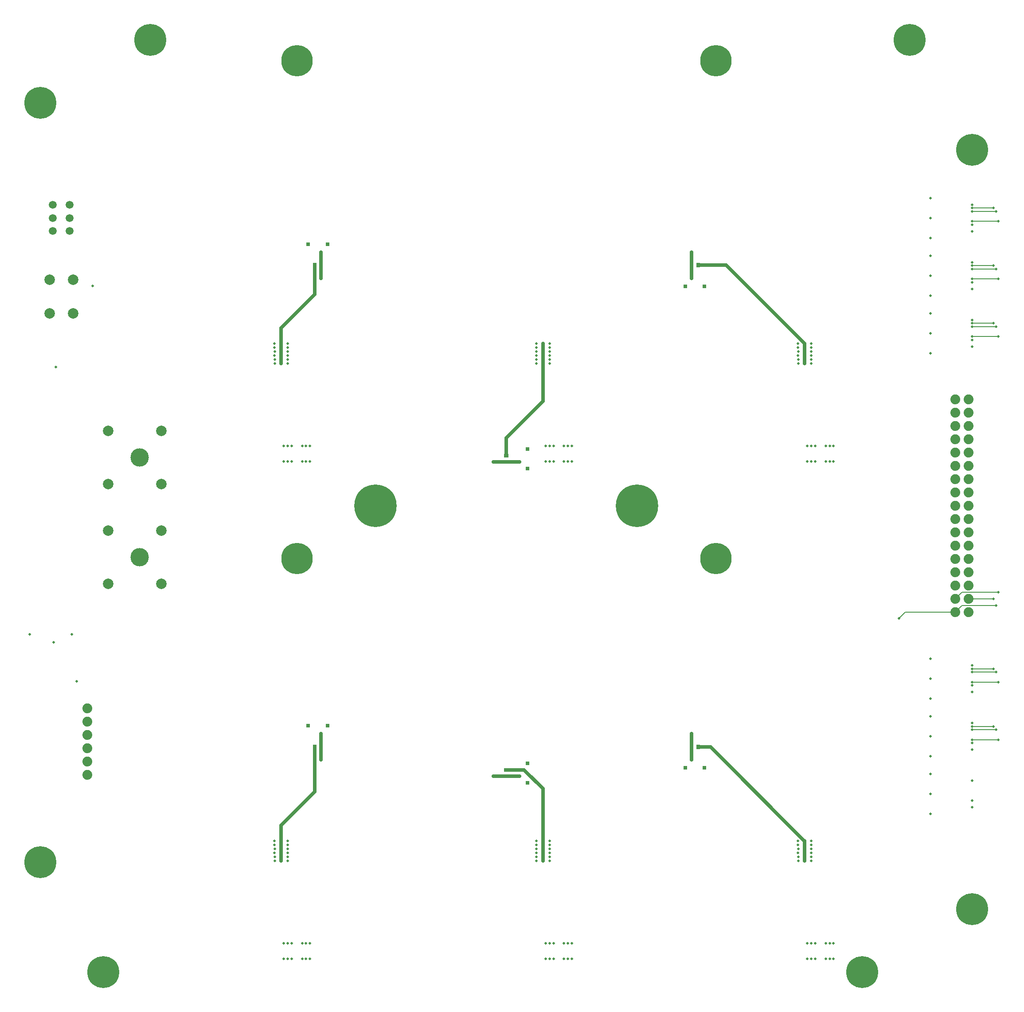
<source format=gbl>
G04*
G04 #@! TF.GenerationSoftware,Altium Limited,CircuitStudio,1.5.2 (30)*
G04*
G04 Layer_Physical_Order=4*
G04 Layer_Color=12500520*
%FSLAX25Y25*%
%MOIN*%
G70*
G01*
G75*
%ADD17C,0.00591*%
%ADD20C,0.02756*%
%ADD21C,0.07400*%
%ADD22C,0.05906*%
%ADD23C,0.07874*%
%ADD24C,0.23622*%
%ADD25C,0.13780*%
%ADD26C,0.24016*%
%ADD27C,0.31890*%
%ADD28C,0.01969*%
%ADD38R,0.02756X0.03150*%
%ADD39R,0.02756X0.03347*%
%ADD40R,0.03150X0.02756*%
%ADD41R,0.03347X0.02756*%
D17*
X1118110Y591929D02*
X1137795D01*
X1118110Y601968D02*
X1133858D01*
X1118110Y645276D02*
X1133858D01*
X1118110Y635236D02*
X1137795D01*
X1118110Y991732D02*
X1133858D01*
X1118110Y989252D02*
X1135827D01*
X1105236Y687717D02*
X1110433Y692913D01*
X1135827D01*
X1105236Y697717D02*
X1110276Y702756D01*
X1115236Y697717D02*
X1133740D01*
X1133858Y697835D01*
X1110276Y702756D02*
X1137795D01*
X1062992Y683071D02*
X1067638Y687717D01*
X1105236D01*
X1118110Y981693D02*
X1137795D01*
X1118110Y948425D02*
X1133858D01*
X1118110Y945945D02*
X1135827D01*
X1118110Y938386D02*
X1137795D01*
X1118110Y905118D02*
X1133858D01*
X1118110Y895079D02*
X1137795D01*
X1118110Y902638D02*
X1135827D01*
X1118110Y642795D02*
X1135827D01*
X1118110Y599488D02*
X1135827D01*
D20*
X767717Y564567D02*
X777559D01*
X911811Y586614D02*
X921191D01*
X907087Y576772D02*
Y586614D01*
Y596457D01*
X921191Y586614D02*
X992126Y515679D01*
Y500984D02*
Y515748D01*
Y500984D02*
X992126Y500984D01*
Y515679D01*
X628346Y576772D02*
Y586614D01*
Y596457D01*
X598425Y500984D02*
X598425Y500984D01*
X598425Y500984D02*
Y527559D01*
X623622Y552756D01*
Y586614D01*
X795276Y500984D02*
Y555118D01*
X781102Y569291D02*
X795276Y555118D01*
X767717Y569291D02*
X781102D01*
X623622Y926772D02*
Y948819D01*
X598425Y901575D02*
X623622Y926772D01*
X598425Y875000D02*
Y901575D01*
X795276Y846457D02*
Y889695D01*
X767717Y818898D02*
X795276Y846457D01*
X767717Y805512D02*
Y818898D01*
X992126Y875000D02*
Y889695D01*
X992126Y875000D02*
X992126Y875000D01*
X992126Y875000D02*
Y889764D01*
Y889695D02*
Y889764D01*
X933002Y948819D02*
X992126Y889695D01*
X911811Y948819D02*
X933002D01*
X598425Y875000D02*
X598425Y875000D01*
X757874Y564567D02*
X767717D01*
X907087Y948819D02*
Y958661D01*
Y938976D02*
Y948819D01*
X757874Y800787D02*
X767717D01*
X777559D01*
X628346Y948819D02*
Y958661D01*
Y938976D02*
Y948819D01*
D21*
X1105236Y847717D02*
D03*
X1115236D02*
D03*
X1105236Y837716D02*
D03*
X1115236D02*
D03*
X1105236Y827717D02*
D03*
X1115236D02*
D03*
X1105236Y817717D02*
D03*
X1115236D02*
D03*
X1105236Y807717D02*
D03*
X1115236D02*
D03*
X1105236Y797717D02*
D03*
X1115236D02*
D03*
X1105236Y787717D02*
D03*
X1115236D02*
D03*
X1105236Y777717D02*
D03*
X1115236D02*
D03*
X1105236Y767717D02*
D03*
X1115236D02*
D03*
X1105236Y757717D02*
D03*
X1115236D02*
D03*
X1105236Y747717D02*
D03*
X1115236D02*
D03*
X1105236Y737717D02*
D03*
X1115236D02*
D03*
X1105236Y727717D02*
D03*
X1115236D02*
D03*
X1105236Y717717D02*
D03*
X1115236D02*
D03*
X1105236Y707717D02*
D03*
X1115236D02*
D03*
X1105236Y697717D02*
D03*
X1115236D02*
D03*
X1105236Y687717D02*
D03*
X1115236D02*
D03*
X452756Y615551D02*
D03*
Y605551D02*
D03*
Y595551D02*
D03*
Y585551D02*
D03*
Y575551D02*
D03*
Y565551D02*
D03*
D22*
X439370Y974409D02*
D03*
Y984252D02*
D03*
Y994094D02*
D03*
X426772Y974409D02*
D03*
Y984252D02*
D03*
Y994094D02*
D03*
D23*
X441929Y937992D02*
D03*
Y912402D02*
D03*
X424213D02*
D03*
Y937992D02*
D03*
X508386Y749134D02*
D03*
X468386D02*
D03*
Y709134D02*
D03*
X508386D02*
D03*
Y824134D02*
D03*
X468386D02*
D03*
Y784134D02*
D03*
X508386D02*
D03*
D24*
X610236Y1102362D02*
D03*
X925197D02*
D03*
Y728346D02*
D03*
X610236D02*
D03*
D25*
X492047Y729134D02*
D03*
Y804134D02*
D03*
D26*
X500000Y1118110D02*
D03*
X417323Y1070866D02*
D03*
X464567Y417323D02*
D03*
X417323Y500000D02*
D03*
X1118110Y464567D02*
D03*
X1035433Y417323D02*
D03*
X1070866Y1118110D02*
D03*
X1118110Y1035433D02*
D03*
D27*
X669291Y767717D02*
D03*
X866142D02*
D03*
D28*
X444685Y635827D02*
D03*
X427165Y665354D02*
D03*
X409449Y671260D02*
D03*
X440945D02*
D03*
X1013780Y427165D02*
D03*
Y438976D02*
D03*
X1010827D02*
D03*
Y427165D02*
D03*
X994094D02*
D03*
X997047D02*
D03*
X994094Y438976D02*
D03*
X997047D02*
D03*
X987205Y500984D02*
D03*
Y503937D02*
D03*
X987126Y506890D02*
D03*
X987205Y509842D02*
D03*
X987126Y512795D02*
D03*
X997126Y500984D02*
D03*
Y503937D02*
D03*
Y506890D02*
D03*
Y509842D02*
D03*
Y512795D02*
D03*
X987126Y515748D02*
D03*
X907087Y576772D02*
D03*
Y582677D02*
D03*
Y579724D02*
D03*
X1007874Y427165D02*
D03*
Y438976D02*
D03*
X1000000Y427165D02*
D03*
Y438976D02*
D03*
X907087Y593504D02*
D03*
Y590551D02*
D03*
Y596457D02*
D03*
X997126Y515748D02*
D03*
X992126Y515679D02*
D03*
X992126Y512795D02*
D03*
Y509842D02*
D03*
Y506890D02*
D03*
Y503937D02*
D03*
Y500984D02*
D03*
X603425Y515748D02*
D03*
X628346Y576772D02*
D03*
Y582677D02*
D03*
Y579724D02*
D03*
X606299Y438976D02*
D03*
Y427165D02*
D03*
X614173Y438976D02*
D03*
Y427165D02*
D03*
X628346Y593504D02*
D03*
Y590551D02*
D03*
Y596457D02*
D03*
X593425Y515748D02*
D03*
X603425Y512795D02*
D03*
Y509842D02*
D03*
Y506890D02*
D03*
Y503937D02*
D03*
Y500984D02*
D03*
X593425Y512795D02*
D03*
X593504Y509842D02*
D03*
X593425Y506890D02*
D03*
X593504Y503937D02*
D03*
Y500984D02*
D03*
X603346Y438976D02*
D03*
X600394D02*
D03*
X603346Y427165D02*
D03*
X600394D02*
D03*
X617126D02*
D03*
Y438976D02*
D03*
X620079D02*
D03*
Y427165D02*
D03*
X598425Y512795D02*
D03*
X598425Y515679D02*
D03*
X598425Y509842D02*
D03*
Y506890D02*
D03*
Y503937D02*
D03*
Y500984D02*
D03*
X795276D02*
D03*
X795276Y503937D02*
D03*
Y506890D02*
D03*
Y509842D02*
D03*
Y512795D02*
D03*
Y515748D02*
D03*
Y875000D02*
D03*
Y877953D02*
D03*
Y880906D02*
D03*
Y883858D02*
D03*
Y886811D02*
D03*
Y889695D02*
D03*
X992126Y875000D02*
D03*
Y877953D02*
D03*
Y880906D02*
D03*
Y883858D02*
D03*
Y886811D02*
D03*
X992126Y889695D02*
D03*
X598425Y875000D02*
D03*
Y877953D02*
D03*
Y880906D02*
D03*
Y883858D02*
D03*
X598425Y889695D02*
D03*
X598425Y886811D02*
D03*
X800276Y515748D02*
D03*
X757874Y564567D02*
D03*
X763779D02*
D03*
X760827D02*
D03*
X803150Y438976D02*
D03*
Y427165D02*
D03*
X811024Y438976D02*
D03*
Y427165D02*
D03*
X774606Y564567D02*
D03*
X771654D02*
D03*
X777559D02*
D03*
X790276Y515748D02*
D03*
X800276Y512795D02*
D03*
Y509842D02*
D03*
Y506890D02*
D03*
Y503937D02*
D03*
Y500984D02*
D03*
X790276Y512795D02*
D03*
X790354Y509842D02*
D03*
X790276Y506890D02*
D03*
X790354Y503937D02*
D03*
Y500984D02*
D03*
X800197Y438976D02*
D03*
X797244D02*
D03*
X800197Y427165D02*
D03*
X797244D02*
D03*
X813976D02*
D03*
Y438976D02*
D03*
X816929D02*
D03*
Y427165D02*
D03*
X997126Y889764D02*
D03*
X907087Y958661D02*
D03*
Y952756D02*
D03*
Y955709D02*
D03*
X1000000Y812992D02*
D03*
Y801181D02*
D03*
X1007874Y812992D02*
D03*
Y801181D02*
D03*
X907087Y941929D02*
D03*
Y944882D02*
D03*
Y938976D02*
D03*
X987126Y889764D02*
D03*
X997126Y886811D02*
D03*
Y883858D02*
D03*
Y880906D02*
D03*
Y877953D02*
D03*
Y875000D02*
D03*
X987126Y886811D02*
D03*
X987205Y883858D02*
D03*
X987126Y880906D02*
D03*
X987205Y877953D02*
D03*
Y875000D02*
D03*
X997047Y812992D02*
D03*
X994094D02*
D03*
X997047Y801181D02*
D03*
X994094D02*
D03*
X1010827D02*
D03*
Y812992D02*
D03*
X1013780D02*
D03*
Y801181D02*
D03*
X800276Y889764D02*
D03*
X757874Y800787D02*
D03*
X763779D02*
D03*
X760827D02*
D03*
X803150Y812992D02*
D03*
Y801181D02*
D03*
X811024Y812992D02*
D03*
Y801181D02*
D03*
X774606Y800787D02*
D03*
X771654D02*
D03*
X777559D02*
D03*
X790276Y889764D02*
D03*
X800276Y886811D02*
D03*
Y883858D02*
D03*
Y880906D02*
D03*
Y877953D02*
D03*
Y875000D02*
D03*
X790276Y886811D02*
D03*
X790354Y883858D02*
D03*
X790276Y880906D02*
D03*
X790354Y877953D02*
D03*
Y875000D02*
D03*
X800197Y812992D02*
D03*
X797244D02*
D03*
X800197Y801181D02*
D03*
X797244D02*
D03*
X813976D02*
D03*
Y812992D02*
D03*
X816929D02*
D03*
Y801181D02*
D03*
X620079D02*
D03*
Y812992D02*
D03*
X617126D02*
D03*
Y801181D02*
D03*
X600394D02*
D03*
X603346D02*
D03*
X600394Y812992D02*
D03*
X603346D02*
D03*
X593504Y875000D02*
D03*
Y877953D02*
D03*
X593425Y880906D02*
D03*
X593504Y883858D02*
D03*
X593425Y886811D02*
D03*
X603425Y875000D02*
D03*
Y877953D02*
D03*
Y880906D02*
D03*
Y883858D02*
D03*
Y886811D02*
D03*
X593425Y889764D02*
D03*
X628346Y958661D02*
D03*
Y952756D02*
D03*
Y955709D02*
D03*
X614173Y801181D02*
D03*
Y812992D02*
D03*
X606299Y801181D02*
D03*
Y812992D02*
D03*
X429134Y872047D02*
D03*
X628346Y941929D02*
D03*
Y944882D02*
D03*
Y938976D02*
D03*
X603425Y889764D02*
D03*
X1118110Y546181D02*
D03*
Y541181D02*
D03*
X1086614Y536181D02*
D03*
Y551181D02*
D03*
Y566181D02*
D03*
X1118110Y561181D02*
D03*
X1137795Y591929D02*
D03*
X1133858Y601968D02*
D03*
X1118110Y604488D02*
D03*
Y601968D02*
D03*
Y591929D02*
D03*
X1086614Y609488D02*
D03*
Y594488D02*
D03*
Y579488D02*
D03*
X1118110Y584488D02*
D03*
Y589488D02*
D03*
Y599488D02*
D03*
Y642795D02*
D03*
Y632795D02*
D03*
Y627795D02*
D03*
X1086614Y622795D02*
D03*
Y637795D02*
D03*
Y652795D02*
D03*
X1118110Y635236D02*
D03*
Y645276D02*
D03*
Y647795D02*
D03*
X1133858Y645276D02*
D03*
X1137795Y635236D02*
D03*
X1118110Y902638D02*
D03*
Y892638D02*
D03*
Y887638D02*
D03*
X1086614Y882638D02*
D03*
Y897638D02*
D03*
Y912638D02*
D03*
X1118110Y895079D02*
D03*
Y905118D02*
D03*
Y907638D02*
D03*
X1133858Y905118D02*
D03*
X1137795Y895079D02*
D03*
Y938386D02*
D03*
X1135827Y945945D02*
D03*
X1133858Y948425D02*
D03*
X1118110Y950945D02*
D03*
Y948425D02*
D03*
Y938386D02*
D03*
X1086614Y955945D02*
D03*
Y940945D02*
D03*
Y925945D02*
D03*
X1118110Y930945D02*
D03*
Y935945D02*
D03*
Y945945D02*
D03*
Y989252D02*
D03*
Y979252D02*
D03*
Y974252D02*
D03*
X1086614Y969252D02*
D03*
Y984252D02*
D03*
Y999252D02*
D03*
X1118110Y981693D02*
D03*
Y991732D02*
D03*
Y994252D02*
D03*
X1133858Y991732D02*
D03*
X1135827Y989252D02*
D03*
X1137795Y981693D02*
D03*
X1135827Y692913D02*
D03*
X1133858Y697835D02*
D03*
X1137795Y702756D02*
D03*
X456693Y933071D02*
D03*
X1062992Y683071D02*
D03*
X1135827Y902638D02*
D03*
Y642795D02*
D03*
Y599488D02*
D03*
D38*
X902165Y570768D02*
D03*
X916732D02*
D03*
X633268Y602461D02*
D03*
X618701D02*
D03*
X902165Y932972D02*
D03*
X916732D02*
D03*
X633268Y964665D02*
D03*
X618701D02*
D03*
D39*
X907087Y586614D02*
D03*
X911811D02*
D03*
X628346D02*
D03*
X623622D02*
D03*
X907087Y948819D02*
D03*
X911811D02*
D03*
X628346D02*
D03*
X623622D02*
D03*
D40*
X783563Y559646D02*
D03*
Y574213D02*
D03*
Y795866D02*
D03*
Y810433D02*
D03*
D41*
X767717Y564567D02*
D03*
Y569291D02*
D03*
Y800787D02*
D03*
Y805512D02*
D03*
M02*

</source>
